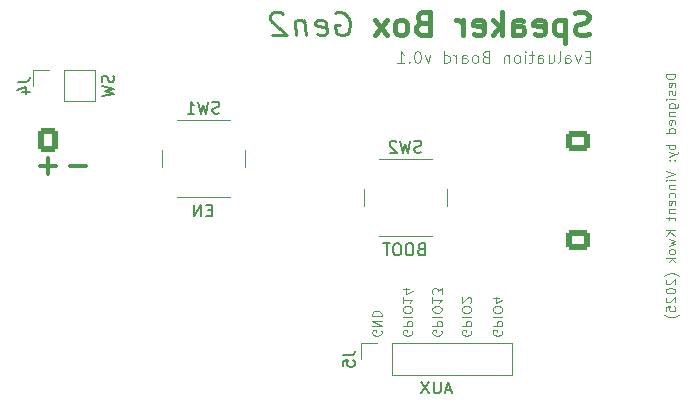
<source format=gbo>
%TF.GenerationSoftware,KiCad,Pcbnew,8.0.1*%
%TF.CreationDate,2025-02-14T15:05:20+08:00*%
%TF.ProjectId,SpeakerDriver,53706561-6b65-4724-9472-697665722e6b,rev?*%
%TF.SameCoordinates,Original*%
%TF.FileFunction,Legend,Bot*%
%TF.FilePolarity,Positive*%
%FSLAX46Y46*%
G04 Gerber Fmt 4.6, Leading zero omitted, Abs format (unit mm)*
G04 Created by KiCad (PCBNEW 8.0.1) date 2025-02-14 15:05:20*
%MOMM*%
%LPD*%
G01*
G04 APERTURE LIST*
G04 Aperture macros list*
%AMRoundRect*
0 Rectangle with rounded corners*
0 $1 Rounding radius*
0 $2 $3 $4 $5 $6 $7 $8 $9 X,Y pos of 4 corners*
0 Add a 4 corners polygon primitive as box body*
4,1,4,$2,$3,$4,$5,$6,$7,$8,$9,$2,$3,0*
0 Add four circle primitives for the rounded corners*
1,1,$1+$1,$2,$3*
1,1,$1+$1,$4,$5*
1,1,$1+$1,$6,$7*
1,1,$1+$1,$8,$9*
0 Add four rect primitives between the rounded corners*
20,1,$1+$1,$2,$3,$4,$5,0*
20,1,$1+$1,$4,$5,$6,$7,0*
20,1,$1+$1,$6,$7,$8,$9,0*
20,1,$1+$1,$8,$9,$2,$3,0*%
G04 Aperture macros list end*
%ADD10C,0.100000*%
%ADD11C,0.360000*%
%ADD12C,0.250000*%
%ADD13C,0.400000*%
%ADD14C,0.150000*%
%ADD15C,0.120000*%
%ADD16RoundRect,0.250000X0.750000X-0.600000X0.750000X0.600000X-0.750000X0.600000X-0.750000X-0.600000X0*%
%ADD17O,2.000000X1.700000*%
%ADD18C,5.600000*%
%ADD19R,1.700000X1.700000*%
%ADD20O,1.700000X1.700000*%
%ADD21RoundRect,0.250000X-0.600000X-0.750000X0.600000X-0.750000X0.600000X0.750000X-0.600000X0.750000X0*%
%ADD22O,1.700000X2.000000*%
%ADD23C,0.660000*%
%ADD24O,0.580000X1.000000*%
%ADD25C,1.100000*%
%ADD26C,2.000000*%
G04 APERTURE END LIST*
D10*
X180596895Y-95995237D02*
X179796895Y-95995237D01*
X179796895Y-95995237D02*
X179796895Y-96185713D01*
X179796895Y-96185713D02*
X179834990Y-96299999D01*
X179834990Y-96299999D02*
X179911180Y-96376189D01*
X179911180Y-96376189D02*
X179987371Y-96414284D01*
X179987371Y-96414284D02*
X180139752Y-96452380D01*
X180139752Y-96452380D02*
X180254038Y-96452380D01*
X180254038Y-96452380D02*
X180406419Y-96414284D01*
X180406419Y-96414284D02*
X180482609Y-96376189D01*
X180482609Y-96376189D02*
X180558800Y-96299999D01*
X180558800Y-96299999D02*
X180596895Y-96185713D01*
X180596895Y-96185713D02*
X180596895Y-95995237D01*
X180558800Y-97099999D02*
X180596895Y-97023808D01*
X180596895Y-97023808D02*
X180596895Y-96871427D01*
X180596895Y-96871427D02*
X180558800Y-96795237D01*
X180558800Y-96795237D02*
X180482609Y-96757141D01*
X180482609Y-96757141D02*
X180177847Y-96757141D01*
X180177847Y-96757141D02*
X180101657Y-96795237D01*
X180101657Y-96795237D02*
X180063561Y-96871427D01*
X180063561Y-96871427D02*
X180063561Y-97023808D01*
X180063561Y-97023808D02*
X180101657Y-97099999D01*
X180101657Y-97099999D02*
X180177847Y-97138094D01*
X180177847Y-97138094D02*
X180254038Y-97138094D01*
X180254038Y-97138094D02*
X180330228Y-96757141D01*
X180558800Y-97442855D02*
X180596895Y-97519046D01*
X180596895Y-97519046D02*
X180596895Y-97671427D01*
X180596895Y-97671427D02*
X180558800Y-97747617D01*
X180558800Y-97747617D02*
X180482609Y-97785713D01*
X180482609Y-97785713D02*
X180444514Y-97785713D01*
X180444514Y-97785713D02*
X180368323Y-97747617D01*
X180368323Y-97747617D02*
X180330228Y-97671427D01*
X180330228Y-97671427D02*
X180330228Y-97557141D01*
X180330228Y-97557141D02*
X180292133Y-97480951D01*
X180292133Y-97480951D02*
X180215942Y-97442855D01*
X180215942Y-97442855D02*
X180177847Y-97442855D01*
X180177847Y-97442855D02*
X180101657Y-97480951D01*
X180101657Y-97480951D02*
X180063561Y-97557141D01*
X180063561Y-97557141D02*
X180063561Y-97671427D01*
X180063561Y-97671427D02*
X180101657Y-97747617D01*
X180596895Y-98128570D02*
X180063561Y-98128570D01*
X179796895Y-98128570D02*
X179834990Y-98090474D01*
X179834990Y-98090474D02*
X179873085Y-98128570D01*
X179873085Y-98128570D02*
X179834990Y-98166665D01*
X179834990Y-98166665D02*
X179796895Y-98128570D01*
X179796895Y-98128570D02*
X179873085Y-98128570D01*
X180063561Y-98852379D02*
X180711180Y-98852379D01*
X180711180Y-98852379D02*
X180787371Y-98814284D01*
X180787371Y-98814284D02*
X180825466Y-98776188D01*
X180825466Y-98776188D02*
X180863561Y-98699998D01*
X180863561Y-98699998D02*
X180863561Y-98585712D01*
X180863561Y-98585712D02*
X180825466Y-98509522D01*
X180558800Y-98852379D02*
X180596895Y-98776188D01*
X180596895Y-98776188D02*
X180596895Y-98623807D01*
X180596895Y-98623807D02*
X180558800Y-98547617D01*
X180558800Y-98547617D02*
X180520704Y-98509522D01*
X180520704Y-98509522D02*
X180444514Y-98471426D01*
X180444514Y-98471426D02*
X180215942Y-98471426D01*
X180215942Y-98471426D02*
X180139752Y-98509522D01*
X180139752Y-98509522D02*
X180101657Y-98547617D01*
X180101657Y-98547617D02*
X180063561Y-98623807D01*
X180063561Y-98623807D02*
X180063561Y-98776188D01*
X180063561Y-98776188D02*
X180101657Y-98852379D01*
X180063561Y-99233332D02*
X180596895Y-99233332D01*
X180139752Y-99233332D02*
X180101657Y-99271427D01*
X180101657Y-99271427D02*
X180063561Y-99347617D01*
X180063561Y-99347617D02*
X180063561Y-99461903D01*
X180063561Y-99461903D02*
X180101657Y-99538094D01*
X180101657Y-99538094D02*
X180177847Y-99576189D01*
X180177847Y-99576189D02*
X180596895Y-99576189D01*
X180558800Y-100261904D02*
X180596895Y-100185713D01*
X180596895Y-100185713D02*
X180596895Y-100033332D01*
X180596895Y-100033332D02*
X180558800Y-99957142D01*
X180558800Y-99957142D02*
X180482609Y-99919046D01*
X180482609Y-99919046D02*
X180177847Y-99919046D01*
X180177847Y-99919046D02*
X180101657Y-99957142D01*
X180101657Y-99957142D02*
X180063561Y-100033332D01*
X180063561Y-100033332D02*
X180063561Y-100185713D01*
X180063561Y-100185713D02*
X180101657Y-100261904D01*
X180101657Y-100261904D02*
X180177847Y-100299999D01*
X180177847Y-100299999D02*
X180254038Y-100299999D01*
X180254038Y-100299999D02*
X180330228Y-99919046D01*
X180596895Y-100985713D02*
X179796895Y-100985713D01*
X180558800Y-100985713D02*
X180596895Y-100909522D01*
X180596895Y-100909522D02*
X180596895Y-100757141D01*
X180596895Y-100757141D02*
X180558800Y-100680951D01*
X180558800Y-100680951D02*
X180520704Y-100642856D01*
X180520704Y-100642856D02*
X180444514Y-100604760D01*
X180444514Y-100604760D02*
X180215942Y-100604760D01*
X180215942Y-100604760D02*
X180139752Y-100642856D01*
X180139752Y-100642856D02*
X180101657Y-100680951D01*
X180101657Y-100680951D02*
X180063561Y-100757141D01*
X180063561Y-100757141D02*
X180063561Y-100909522D01*
X180063561Y-100909522D02*
X180101657Y-100985713D01*
X180596895Y-101976190D02*
X179796895Y-101976190D01*
X180101657Y-101976190D02*
X180063561Y-102052380D01*
X180063561Y-102052380D02*
X180063561Y-102204761D01*
X180063561Y-102204761D02*
X180101657Y-102280952D01*
X180101657Y-102280952D02*
X180139752Y-102319047D01*
X180139752Y-102319047D02*
X180215942Y-102357142D01*
X180215942Y-102357142D02*
X180444514Y-102357142D01*
X180444514Y-102357142D02*
X180520704Y-102319047D01*
X180520704Y-102319047D02*
X180558800Y-102280952D01*
X180558800Y-102280952D02*
X180596895Y-102204761D01*
X180596895Y-102204761D02*
X180596895Y-102052380D01*
X180596895Y-102052380D02*
X180558800Y-101976190D01*
X180063561Y-102623809D02*
X180596895Y-102814285D01*
X180063561Y-103004762D02*
X180596895Y-102814285D01*
X180596895Y-102814285D02*
X180787371Y-102738095D01*
X180787371Y-102738095D02*
X180825466Y-102700000D01*
X180825466Y-102700000D02*
X180863561Y-102623809D01*
X180520704Y-103309524D02*
X180558800Y-103347619D01*
X180558800Y-103347619D02*
X180596895Y-103309524D01*
X180596895Y-103309524D02*
X180558800Y-103271428D01*
X180558800Y-103271428D02*
X180520704Y-103309524D01*
X180520704Y-103309524D02*
X180596895Y-103309524D01*
X180101657Y-103309524D02*
X180139752Y-103347619D01*
X180139752Y-103347619D02*
X180177847Y-103309524D01*
X180177847Y-103309524D02*
X180139752Y-103271428D01*
X180139752Y-103271428D02*
X180101657Y-103309524D01*
X180101657Y-103309524D02*
X180177847Y-103309524D01*
X179796895Y-104185714D02*
X180596895Y-104452381D01*
X180596895Y-104452381D02*
X179796895Y-104719047D01*
X180596895Y-104985714D02*
X180063561Y-104985714D01*
X179796895Y-104985714D02*
X179834990Y-104947618D01*
X179834990Y-104947618D02*
X179873085Y-104985714D01*
X179873085Y-104985714D02*
X179834990Y-105023809D01*
X179834990Y-105023809D02*
X179796895Y-104985714D01*
X179796895Y-104985714D02*
X179873085Y-104985714D01*
X180063561Y-105366666D02*
X180596895Y-105366666D01*
X180139752Y-105366666D02*
X180101657Y-105404761D01*
X180101657Y-105404761D02*
X180063561Y-105480951D01*
X180063561Y-105480951D02*
X180063561Y-105595237D01*
X180063561Y-105595237D02*
X180101657Y-105671428D01*
X180101657Y-105671428D02*
X180177847Y-105709523D01*
X180177847Y-105709523D02*
X180596895Y-105709523D01*
X180558800Y-106433333D02*
X180596895Y-106357142D01*
X180596895Y-106357142D02*
X180596895Y-106204761D01*
X180596895Y-106204761D02*
X180558800Y-106128571D01*
X180558800Y-106128571D02*
X180520704Y-106090476D01*
X180520704Y-106090476D02*
X180444514Y-106052380D01*
X180444514Y-106052380D02*
X180215942Y-106052380D01*
X180215942Y-106052380D02*
X180139752Y-106090476D01*
X180139752Y-106090476D02*
X180101657Y-106128571D01*
X180101657Y-106128571D02*
X180063561Y-106204761D01*
X180063561Y-106204761D02*
X180063561Y-106357142D01*
X180063561Y-106357142D02*
X180101657Y-106433333D01*
X180558800Y-107080952D02*
X180596895Y-107004761D01*
X180596895Y-107004761D02*
X180596895Y-106852380D01*
X180596895Y-106852380D02*
X180558800Y-106776190D01*
X180558800Y-106776190D02*
X180482609Y-106738094D01*
X180482609Y-106738094D02*
X180177847Y-106738094D01*
X180177847Y-106738094D02*
X180101657Y-106776190D01*
X180101657Y-106776190D02*
X180063561Y-106852380D01*
X180063561Y-106852380D02*
X180063561Y-107004761D01*
X180063561Y-107004761D02*
X180101657Y-107080952D01*
X180101657Y-107080952D02*
X180177847Y-107119047D01*
X180177847Y-107119047D02*
X180254038Y-107119047D01*
X180254038Y-107119047D02*
X180330228Y-106738094D01*
X180063561Y-107461904D02*
X180596895Y-107461904D01*
X180139752Y-107461904D02*
X180101657Y-107499999D01*
X180101657Y-107499999D02*
X180063561Y-107576189D01*
X180063561Y-107576189D02*
X180063561Y-107690475D01*
X180063561Y-107690475D02*
X180101657Y-107766666D01*
X180101657Y-107766666D02*
X180177847Y-107804761D01*
X180177847Y-107804761D02*
X180596895Y-107804761D01*
X180063561Y-108071428D02*
X180063561Y-108376190D01*
X179796895Y-108185714D02*
X180482609Y-108185714D01*
X180482609Y-108185714D02*
X180558800Y-108223809D01*
X180558800Y-108223809D02*
X180596895Y-108299999D01*
X180596895Y-108299999D02*
X180596895Y-108376190D01*
X180596895Y-109252381D02*
X179796895Y-109252381D01*
X180596895Y-109709524D02*
X180139752Y-109366666D01*
X179796895Y-109709524D02*
X180254038Y-109252381D01*
X180063561Y-109976190D02*
X180596895Y-110128571D01*
X180596895Y-110128571D02*
X180215942Y-110280952D01*
X180215942Y-110280952D02*
X180596895Y-110433333D01*
X180596895Y-110433333D02*
X180063561Y-110585714D01*
X180596895Y-111004761D02*
X180558800Y-110928571D01*
X180558800Y-110928571D02*
X180520704Y-110890476D01*
X180520704Y-110890476D02*
X180444514Y-110852380D01*
X180444514Y-110852380D02*
X180215942Y-110852380D01*
X180215942Y-110852380D02*
X180139752Y-110890476D01*
X180139752Y-110890476D02*
X180101657Y-110928571D01*
X180101657Y-110928571D02*
X180063561Y-111004761D01*
X180063561Y-111004761D02*
X180063561Y-111119047D01*
X180063561Y-111119047D02*
X180101657Y-111195238D01*
X180101657Y-111195238D02*
X180139752Y-111233333D01*
X180139752Y-111233333D02*
X180215942Y-111271428D01*
X180215942Y-111271428D02*
X180444514Y-111271428D01*
X180444514Y-111271428D02*
X180520704Y-111233333D01*
X180520704Y-111233333D02*
X180558800Y-111195238D01*
X180558800Y-111195238D02*
X180596895Y-111119047D01*
X180596895Y-111119047D02*
X180596895Y-111004761D01*
X180596895Y-111614286D02*
X179796895Y-111614286D01*
X180292133Y-111690476D02*
X180596895Y-111919048D01*
X180063561Y-111919048D02*
X180368323Y-111614286D01*
X180901657Y-113100000D02*
X180863561Y-113061905D01*
X180863561Y-113061905D02*
X180749276Y-112985714D01*
X180749276Y-112985714D02*
X180673085Y-112947619D01*
X180673085Y-112947619D02*
X180558800Y-112909524D01*
X180558800Y-112909524D02*
X180368323Y-112871429D01*
X180368323Y-112871429D02*
X180215942Y-112871429D01*
X180215942Y-112871429D02*
X180025466Y-112909524D01*
X180025466Y-112909524D02*
X179911180Y-112947619D01*
X179911180Y-112947619D02*
X179834990Y-112985714D01*
X179834990Y-112985714D02*
X179720704Y-113061905D01*
X179720704Y-113061905D02*
X179682609Y-113100000D01*
X179873085Y-113366666D02*
X179834990Y-113404762D01*
X179834990Y-113404762D02*
X179796895Y-113480952D01*
X179796895Y-113480952D02*
X179796895Y-113671428D01*
X179796895Y-113671428D02*
X179834990Y-113747619D01*
X179834990Y-113747619D02*
X179873085Y-113785714D01*
X179873085Y-113785714D02*
X179949276Y-113823809D01*
X179949276Y-113823809D02*
X180025466Y-113823809D01*
X180025466Y-113823809D02*
X180139752Y-113785714D01*
X180139752Y-113785714D02*
X180596895Y-113328571D01*
X180596895Y-113328571D02*
X180596895Y-113823809D01*
X179796895Y-114319048D02*
X179796895Y-114395238D01*
X179796895Y-114395238D02*
X179834990Y-114471429D01*
X179834990Y-114471429D02*
X179873085Y-114509524D01*
X179873085Y-114509524D02*
X179949276Y-114547619D01*
X179949276Y-114547619D02*
X180101657Y-114585714D01*
X180101657Y-114585714D02*
X180292133Y-114585714D01*
X180292133Y-114585714D02*
X180444514Y-114547619D01*
X180444514Y-114547619D02*
X180520704Y-114509524D01*
X180520704Y-114509524D02*
X180558800Y-114471429D01*
X180558800Y-114471429D02*
X180596895Y-114395238D01*
X180596895Y-114395238D02*
X180596895Y-114319048D01*
X180596895Y-114319048D02*
X180558800Y-114242857D01*
X180558800Y-114242857D02*
X180520704Y-114204762D01*
X180520704Y-114204762D02*
X180444514Y-114166667D01*
X180444514Y-114166667D02*
X180292133Y-114128571D01*
X180292133Y-114128571D02*
X180101657Y-114128571D01*
X180101657Y-114128571D02*
X179949276Y-114166667D01*
X179949276Y-114166667D02*
X179873085Y-114204762D01*
X179873085Y-114204762D02*
X179834990Y-114242857D01*
X179834990Y-114242857D02*
X179796895Y-114319048D01*
X179873085Y-114890476D02*
X179834990Y-114928572D01*
X179834990Y-114928572D02*
X179796895Y-115004762D01*
X179796895Y-115004762D02*
X179796895Y-115195238D01*
X179796895Y-115195238D02*
X179834990Y-115271429D01*
X179834990Y-115271429D02*
X179873085Y-115309524D01*
X179873085Y-115309524D02*
X179949276Y-115347619D01*
X179949276Y-115347619D02*
X180025466Y-115347619D01*
X180025466Y-115347619D02*
X180139752Y-115309524D01*
X180139752Y-115309524D02*
X180596895Y-114852381D01*
X180596895Y-114852381D02*
X180596895Y-115347619D01*
X179796895Y-116071429D02*
X179796895Y-115690477D01*
X179796895Y-115690477D02*
X180177847Y-115652381D01*
X180177847Y-115652381D02*
X180139752Y-115690477D01*
X180139752Y-115690477D02*
X180101657Y-115766667D01*
X180101657Y-115766667D02*
X180101657Y-115957143D01*
X180101657Y-115957143D02*
X180139752Y-116033334D01*
X180139752Y-116033334D02*
X180177847Y-116071429D01*
X180177847Y-116071429D02*
X180254038Y-116109524D01*
X180254038Y-116109524D02*
X180444514Y-116109524D01*
X180444514Y-116109524D02*
X180520704Y-116071429D01*
X180520704Y-116071429D02*
X180558800Y-116033334D01*
X180558800Y-116033334D02*
X180596895Y-115957143D01*
X180596895Y-115957143D02*
X180596895Y-115766667D01*
X180596895Y-115766667D02*
X180558800Y-115690477D01*
X180558800Y-115690477D02*
X180520704Y-115652381D01*
X180901657Y-116376191D02*
X180863561Y-116414286D01*
X180863561Y-116414286D02*
X180749276Y-116490477D01*
X180749276Y-116490477D02*
X180673085Y-116528572D01*
X180673085Y-116528572D02*
X180558800Y-116566667D01*
X180558800Y-116566667D02*
X180368323Y-116604763D01*
X180368323Y-116604763D02*
X180215942Y-116604763D01*
X180215942Y-116604763D02*
X180025466Y-116566667D01*
X180025466Y-116566667D02*
X179911180Y-116528572D01*
X179911180Y-116528572D02*
X179834990Y-116490477D01*
X179834990Y-116490477D02*
X179720704Y-116414286D01*
X179720704Y-116414286D02*
X179682609Y-116376191D01*
X173396115Y-94548609D02*
X173062782Y-94548609D01*
X172919925Y-95072419D02*
X173396115Y-95072419D01*
X173396115Y-95072419D02*
X173396115Y-94072419D01*
X173396115Y-94072419D02*
X172919925Y-94072419D01*
X172586591Y-94405752D02*
X172348496Y-95072419D01*
X172348496Y-95072419D02*
X172110401Y-94405752D01*
X171300877Y-95072419D02*
X171300877Y-94548609D01*
X171300877Y-94548609D02*
X171348496Y-94453371D01*
X171348496Y-94453371D02*
X171443734Y-94405752D01*
X171443734Y-94405752D02*
X171634210Y-94405752D01*
X171634210Y-94405752D02*
X171729448Y-94453371D01*
X171300877Y-95024800D02*
X171396115Y-95072419D01*
X171396115Y-95072419D02*
X171634210Y-95072419D01*
X171634210Y-95072419D02*
X171729448Y-95024800D01*
X171729448Y-95024800D02*
X171777067Y-94929561D01*
X171777067Y-94929561D02*
X171777067Y-94834323D01*
X171777067Y-94834323D02*
X171729448Y-94739085D01*
X171729448Y-94739085D02*
X171634210Y-94691466D01*
X171634210Y-94691466D02*
X171396115Y-94691466D01*
X171396115Y-94691466D02*
X171300877Y-94643847D01*
X170681829Y-95072419D02*
X170777067Y-95024800D01*
X170777067Y-95024800D02*
X170824686Y-94929561D01*
X170824686Y-94929561D02*
X170824686Y-94072419D01*
X169872305Y-94405752D02*
X169872305Y-95072419D01*
X170300876Y-94405752D02*
X170300876Y-94929561D01*
X170300876Y-94929561D02*
X170253257Y-95024800D01*
X170253257Y-95024800D02*
X170158019Y-95072419D01*
X170158019Y-95072419D02*
X170015162Y-95072419D01*
X170015162Y-95072419D02*
X169919924Y-95024800D01*
X169919924Y-95024800D02*
X169872305Y-94977180D01*
X168967543Y-95072419D02*
X168967543Y-94548609D01*
X168967543Y-94548609D02*
X169015162Y-94453371D01*
X169015162Y-94453371D02*
X169110400Y-94405752D01*
X169110400Y-94405752D02*
X169300876Y-94405752D01*
X169300876Y-94405752D02*
X169396114Y-94453371D01*
X168967543Y-95024800D02*
X169062781Y-95072419D01*
X169062781Y-95072419D02*
X169300876Y-95072419D01*
X169300876Y-95072419D02*
X169396114Y-95024800D01*
X169396114Y-95024800D02*
X169443733Y-94929561D01*
X169443733Y-94929561D02*
X169443733Y-94834323D01*
X169443733Y-94834323D02*
X169396114Y-94739085D01*
X169396114Y-94739085D02*
X169300876Y-94691466D01*
X169300876Y-94691466D02*
X169062781Y-94691466D01*
X169062781Y-94691466D02*
X168967543Y-94643847D01*
X168634209Y-94405752D02*
X168253257Y-94405752D01*
X168491352Y-94072419D02*
X168491352Y-94929561D01*
X168491352Y-94929561D02*
X168443733Y-95024800D01*
X168443733Y-95024800D02*
X168348495Y-95072419D01*
X168348495Y-95072419D02*
X168253257Y-95072419D01*
X167919923Y-95072419D02*
X167919923Y-94405752D01*
X167919923Y-94072419D02*
X167967542Y-94120038D01*
X167967542Y-94120038D02*
X167919923Y-94167657D01*
X167919923Y-94167657D02*
X167872304Y-94120038D01*
X167872304Y-94120038D02*
X167919923Y-94072419D01*
X167919923Y-94072419D02*
X167919923Y-94167657D01*
X167300876Y-95072419D02*
X167396114Y-95024800D01*
X167396114Y-95024800D02*
X167443733Y-94977180D01*
X167443733Y-94977180D02*
X167491352Y-94881942D01*
X167491352Y-94881942D02*
X167491352Y-94596228D01*
X167491352Y-94596228D02*
X167443733Y-94500990D01*
X167443733Y-94500990D02*
X167396114Y-94453371D01*
X167396114Y-94453371D02*
X167300876Y-94405752D01*
X167300876Y-94405752D02*
X167158019Y-94405752D01*
X167158019Y-94405752D02*
X167062781Y-94453371D01*
X167062781Y-94453371D02*
X167015162Y-94500990D01*
X167015162Y-94500990D02*
X166967543Y-94596228D01*
X166967543Y-94596228D02*
X166967543Y-94881942D01*
X166967543Y-94881942D02*
X167015162Y-94977180D01*
X167015162Y-94977180D02*
X167062781Y-95024800D01*
X167062781Y-95024800D02*
X167158019Y-95072419D01*
X167158019Y-95072419D02*
X167300876Y-95072419D01*
X166538971Y-94405752D02*
X166538971Y-95072419D01*
X166538971Y-94500990D02*
X166491352Y-94453371D01*
X166491352Y-94453371D02*
X166396114Y-94405752D01*
X166396114Y-94405752D02*
X166253257Y-94405752D01*
X166253257Y-94405752D02*
X166158019Y-94453371D01*
X166158019Y-94453371D02*
X166110400Y-94548609D01*
X166110400Y-94548609D02*
X166110400Y-95072419D01*
X164538971Y-94548609D02*
X164396114Y-94596228D01*
X164396114Y-94596228D02*
X164348495Y-94643847D01*
X164348495Y-94643847D02*
X164300876Y-94739085D01*
X164300876Y-94739085D02*
X164300876Y-94881942D01*
X164300876Y-94881942D02*
X164348495Y-94977180D01*
X164348495Y-94977180D02*
X164396114Y-95024800D01*
X164396114Y-95024800D02*
X164491352Y-95072419D01*
X164491352Y-95072419D02*
X164872304Y-95072419D01*
X164872304Y-95072419D02*
X164872304Y-94072419D01*
X164872304Y-94072419D02*
X164538971Y-94072419D01*
X164538971Y-94072419D02*
X164443733Y-94120038D01*
X164443733Y-94120038D02*
X164396114Y-94167657D01*
X164396114Y-94167657D02*
X164348495Y-94262895D01*
X164348495Y-94262895D02*
X164348495Y-94358133D01*
X164348495Y-94358133D02*
X164396114Y-94453371D01*
X164396114Y-94453371D02*
X164443733Y-94500990D01*
X164443733Y-94500990D02*
X164538971Y-94548609D01*
X164538971Y-94548609D02*
X164872304Y-94548609D01*
X163729447Y-95072419D02*
X163824685Y-95024800D01*
X163824685Y-95024800D02*
X163872304Y-94977180D01*
X163872304Y-94977180D02*
X163919923Y-94881942D01*
X163919923Y-94881942D02*
X163919923Y-94596228D01*
X163919923Y-94596228D02*
X163872304Y-94500990D01*
X163872304Y-94500990D02*
X163824685Y-94453371D01*
X163824685Y-94453371D02*
X163729447Y-94405752D01*
X163729447Y-94405752D02*
X163586590Y-94405752D01*
X163586590Y-94405752D02*
X163491352Y-94453371D01*
X163491352Y-94453371D02*
X163443733Y-94500990D01*
X163443733Y-94500990D02*
X163396114Y-94596228D01*
X163396114Y-94596228D02*
X163396114Y-94881942D01*
X163396114Y-94881942D02*
X163443733Y-94977180D01*
X163443733Y-94977180D02*
X163491352Y-95024800D01*
X163491352Y-95024800D02*
X163586590Y-95072419D01*
X163586590Y-95072419D02*
X163729447Y-95072419D01*
X162538971Y-95072419D02*
X162538971Y-94548609D01*
X162538971Y-94548609D02*
X162586590Y-94453371D01*
X162586590Y-94453371D02*
X162681828Y-94405752D01*
X162681828Y-94405752D02*
X162872304Y-94405752D01*
X162872304Y-94405752D02*
X162967542Y-94453371D01*
X162538971Y-95024800D02*
X162634209Y-95072419D01*
X162634209Y-95072419D02*
X162872304Y-95072419D01*
X162872304Y-95072419D02*
X162967542Y-95024800D01*
X162967542Y-95024800D02*
X163015161Y-94929561D01*
X163015161Y-94929561D02*
X163015161Y-94834323D01*
X163015161Y-94834323D02*
X162967542Y-94739085D01*
X162967542Y-94739085D02*
X162872304Y-94691466D01*
X162872304Y-94691466D02*
X162634209Y-94691466D01*
X162634209Y-94691466D02*
X162538971Y-94643847D01*
X162062780Y-95072419D02*
X162062780Y-94405752D01*
X162062780Y-94596228D02*
X162015161Y-94500990D01*
X162015161Y-94500990D02*
X161967542Y-94453371D01*
X161967542Y-94453371D02*
X161872304Y-94405752D01*
X161872304Y-94405752D02*
X161777066Y-94405752D01*
X161015161Y-95072419D02*
X161015161Y-94072419D01*
X161015161Y-95024800D02*
X161110399Y-95072419D01*
X161110399Y-95072419D02*
X161300875Y-95072419D01*
X161300875Y-95072419D02*
X161396113Y-95024800D01*
X161396113Y-95024800D02*
X161443732Y-94977180D01*
X161443732Y-94977180D02*
X161491351Y-94881942D01*
X161491351Y-94881942D02*
X161491351Y-94596228D01*
X161491351Y-94596228D02*
X161443732Y-94500990D01*
X161443732Y-94500990D02*
X161396113Y-94453371D01*
X161396113Y-94453371D02*
X161300875Y-94405752D01*
X161300875Y-94405752D02*
X161110399Y-94405752D01*
X161110399Y-94405752D02*
X161015161Y-94453371D01*
X159872303Y-94405752D02*
X159634208Y-95072419D01*
X159634208Y-95072419D02*
X159396113Y-94405752D01*
X158824684Y-94072419D02*
X158729446Y-94072419D01*
X158729446Y-94072419D02*
X158634208Y-94120038D01*
X158634208Y-94120038D02*
X158586589Y-94167657D01*
X158586589Y-94167657D02*
X158538970Y-94262895D01*
X158538970Y-94262895D02*
X158491351Y-94453371D01*
X158491351Y-94453371D02*
X158491351Y-94691466D01*
X158491351Y-94691466D02*
X158538970Y-94881942D01*
X158538970Y-94881942D02*
X158586589Y-94977180D01*
X158586589Y-94977180D02*
X158634208Y-95024800D01*
X158634208Y-95024800D02*
X158729446Y-95072419D01*
X158729446Y-95072419D02*
X158824684Y-95072419D01*
X158824684Y-95072419D02*
X158919922Y-95024800D01*
X158919922Y-95024800D02*
X158967541Y-94977180D01*
X158967541Y-94977180D02*
X159015160Y-94881942D01*
X159015160Y-94881942D02*
X159062779Y-94691466D01*
X159062779Y-94691466D02*
X159062779Y-94453371D01*
X159062779Y-94453371D02*
X159015160Y-94262895D01*
X159015160Y-94262895D02*
X158967541Y-94167657D01*
X158967541Y-94167657D02*
X158919922Y-94120038D01*
X158919922Y-94120038D02*
X158824684Y-94072419D01*
X158062779Y-94977180D02*
X158015160Y-95024800D01*
X158015160Y-95024800D02*
X158062779Y-95072419D01*
X158062779Y-95072419D02*
X158110398Y-95024800D01*
X158110398Y-95024800D02*
X158062779Y-94977180D01*
X158062779Y-94977180D02*
X158062779Y-95072419D01*
X157062780Y-95072419D02*
X157634208Y-95072419D01*
X157348494Y-95072419D02*
X157348494Y-94072419D01*
X157348494Y-94072419D02*
X157443732Y-94215276D01*
X157443732Y-94215276D02*
X157538970Y-94310514D01*
X157538970Y-94310514D02*
X157634208Y-94358133D01*
D11*
X130685713Y-103828280D02*
X129314285Y-103828280D01*
X128185713Y-103828280D02*
X126814285Y-103828280D01*
X127499999Y-104513994D02*
X127499999Y-103142565D01*
D12*
X151785527Y-90837476D02*
X151964098Y-90742238D01*
X151964098Y-90742238D02*
X152249812Y-90742238D01*
X152249812Y-90742238D02*
X152547431Y-90837476D01*
X152547431Y-90837476D02*
X152761717Y-91027952D01*
X152761717Y-91027952D02*
X152880765Y-91218428D01*
X152880765Y-91218428D02*
X153023622Y-91599380D01*
X153023622Y-91599380D02*
X153059336Y-91885095D01*
X153059336Y-91885095D02*
X153011717Y-92266047D01*
X153011717Y-92266047D02*
X152940288Y-92456523D01*
X152940288Y-92456523D02*
X152773622Y-92647000D01*
X152773622Y-92647000D02*
X152499812Y-92742238D01*
X152499812Y-92742238D02*
X152309336Y-92742238D01*
X152309336Y-92742238D02*
X152011717Y-92647000D01*
X152011717Y-92647000D02*
X151904574Y-92551761D01*
X151904574Y-92551761D02*
X151821241Y-91885095D01*
X151821241Y-91885095D02*
X152202193Y-91885095D01*
X150297431Y-92647000D02*
X150499812Y-92742238D01*
X150499812Y-92742238D02*
X150880765Y-92742238D01*
X150880765Y-92742238D02*
X151059336Y-92647000D01*
X151059336Y-92647000D02*
X151130765Y-92456523D01*
X151130765Y-92456523D02*
X151035527Y-91694619D01*
X151035527Y-91694619D02*
X150916479Y-91504142D01*
X150916479Y-91504142D02*
X150714098Y-91408904D01*
X150714098Y-91408904D02*
X150333146Y-91408904D01*
X150333146Y-91408904D02*
X150154574Y-91504142D01*
X150154574Y-91504142D02*
X150083146Y-91694619D01*
X150083146Y-91694619D02*
X150106955Y-91885095D01*
X150106955Y-91885095D02*
X151083146Y-92075571D01*
X149190288Y-91408904D02*
X149356955Y-92742238D01*
X149214098Y-91599380D02*
X149106955Y-91504142D01*
X149106955Y-91504142D02*
X148904574Y-91408904D01*
X148904574Y-91408904D02*
X148618860Y-91408904D01*
X148618860Y-91408904D02*
X148440288Y-91504142D01*
X148440288Y-91504142D02*
X148368860Y-91694619D01*
X148368860Y-91694619D02*
X148499812Y-92742238D01*
X147416478Y-90932714D02*
X147309336Y-90837476D01*
X147309336Y-90837476D02*
X147106955Y-90742238D01*
X147106955Y-90742238D02*
X146630764Y-90742238D01*
X146630764Y-90742238D02*
X146452193Y-90837476D01*
X146452193Y-90837476D02*
X146368859Y-90932714D01*
X146368859Y-90932714D02*
X146297431Y-91123190D01*
X146297431Y-91123190D02*
X146321240Y-91313666D01*
X146321240Y-91313666D02*
X146452193Y-91599380D01*
X146452193Y-91599380D02*
X147737907Y-92742238D01*
X147737907Y-92742238D02*
X146499812Y-92742238D01*
D13*
X173255890Y-92639200D02*
X172970176Y-92734438D01*
X172970176Y-92734438D02*
X172493985Y-92734438D01*
X172493985Y-92734438D02*
X172303509Y-92639200D01*
X172303509Y-92639200D02*
X172208271Y-92543961D01*
X172208271Y-92543961D02*
X172113033Y-92353485D01*
X172113033Y-92353485D02*
X172113033Y-92163009D01*
X172113033Y-92163009D02*
X172208271Y-91972533D01*
X172208271Y-91972533D02*
X172303509Y-91877295D01*
X172303509Y-91877295D02*
X172493985Y-91782057D01*
X172493985Y-91782057D02*
X172874938Y-91686819D01*
X172874938Y-91686819D02*
X173065414Y-91591580D01*
X173065414Y-91591580D02*
X173160652Y-91496342D01*
X173160652Y-91496342D02*
X173255890Y-91305866D01*
X173255890Y-91305866D02*
X173255890Y-91115390D01*
X173255890Y-91115390D02*
X173160652Y-90924914D01*
X173160652Y-90924914D02*
X173065414Y-90829676D01*
X173065414Y-90829676D02*
X172874938Y-90734438D01*
X172874938Y-90734438D02*
X172398747Y-90734438D01*
X172398747Y-90734438D02*
X172113033Y-90829676D01*
X171255890Y-91401104D02*
X171255890Y-93401104D01*
X171255890Y-91496342D02*
X171065414Y-91401104D01*
X171065414Y-91401104D02*
X170684461Y-91401104D01*
X170684461Y-91401104D02*
X170493985Y-91496342D01*
X170493985Y-91496342D02*
X170398747Y-91591580D01*
X170398747Y-91591580D02*
X170303509Y-91782057D01*
X170303509Y-91782057D02*
X170303509Y-92353485D01*
X170303509Y-92353485D02*
X170398747Y-92543961D01*
X170398747Y-92543961D02*
X170493985Y-92639200D01*
X170493985Y-92639200D02*
X170684461Y-92734438D01*
X170684461Y-92734438D02*
X171065414Y-92734438D01*
X171065414Y-92734438D02*
X171255890Y-92639200D01*
X168684461Y-92639200D02*
X168874937Y-92734438D01*
X168874937Y-92734438D02*
X169255890Y-92734438D01*
X169255890Y-92734438D02*
X169446366Y-92639200D01*
X169446366Y-92639200D02*
X169541604Y-92448723D01*
X169541604Y-92448723D02*
X169541604Y-91686819D01*
X169541604Y-91686819D02*
X169446366Y-91496342D01*
X169446366Y-91496342D02*
X169255890Y-91401104D01*
X169255890Y-91401104D02*
X168874937Y-91401104D01*
X168874937Y-91401104D02*
X168684461Y-91496342D01*
X168684461Y-91496342D02*
X168589223Y-91686819D01*
X168589223Y-91686819D02*
X168589223Y-91877295D01*
X168589223Y-91877295D02*
X169541604Y-92067771D01*
X166874937Y-92734438D02*
X166874937Y-91686819D01*
X166874937Y-91686819D02*
X166970175Y-91496342D01*
X166970175Y-91496342D02*
X167160651Y-91401104D01*
X167160651Y-91401104D02*
X167541604Y-91401104D01*
X167541604Y-91401104D02*
X167732080Y-91496342D01*
X166874937Y-92639200D02*
X167065413Y-92734438D01*
X167065413Y-92734438D02*
X167541604Y-92734438D01*
X167541604Y-92734438D02*
X167732080Y-92639200D01*
X167732080Y-92639200D02*
X167827318Y-92448723D01*
X167827318Y-92448723D02*
X167827318Y-92258247D01*
X167827318Y-92258247D02*
X167732080Y-92067771D01*
X167732080Y-92067771D02*
X167541604Y-91972533D01*
X167541604Y-91972533D02*
X167065413Y-91972533D01*
X167065413Y-91972533D02*
X166874937Y-91877295D01*
X165922556Y-92734438D02*
X165922556Y-90734438D01*
X165732080Y-91972533D02*
X165160651Y-92734438D01*
X165160651Y-91401104D02*
X165922556Y-92163009D01*
X163541603Y-92639200D02*
X163732079Y-92734438D01*
X163732079Y-92734438D02*
X164113032Y-92734438D01*
X164113032Y-92734438D02*
X164303508Y-92639200D01*
X164303508Y-92639200D02*
X164398746Y-92448723D01*
X164398746Y-92448723D02*
X164398746Y-91686819D01*
X164398746Y-91686819D02*
X164303508Y-91496342D01*
X164303508Y-91496342D02*
X164113032Y-91401104D01*
X164113032Y-91401104D02*
X163732079Y-91401104D01*
X163732079Y-91401104D02*
X163541603Y-91496342D01*
X163541603Y-91496342D02*
X163446365Y-91686819D01*
X163446365Y-91686819D02*
X163446365Y-91877295D01*
X163446365Y-91877295D02*
X164398746Y-92067771D01*
X162589222Y-92734438D02*
X162589222Y-91401104D01*
X162589222Y-91782057D02*
X162493984Y-91591580D01*
X162493984Y-91591580D02*
X162398746Y-91496342D01*
X162398746Y-91496342D02*
X162208270Y-91401104D01*
X162208270Y-91401104D02*
X162017793Y-91401104D01*
X159160650Y-91686819D02*
X158874936Y-91782057D01*
X158874936Y-91782057D02*
X158779698Y-91877295D01*
X158779698Y-91877295D02*
X158684460Y-92067771D01*
X158684460Y-92067771D02*
X158684460Y-92353485D01*
X158684460Y-92353485D02*
X158779698Y-92543961D01*
X158779698Y-92543961D02*
X158874936Y-92639200D01*
X158874936Y-92639200D02*
X159065412Y-92734438D01*
X159065412Y-92734438D02*
X159827317Y-92734438D01*
X159827317Y-92734438D02*
X159827317Y-90734438D01*
X159827317Y-90734438D02*
X159160650Y-90734438D01*
X159160650Y-90734438D02*
X158970174Y-90829676D01*
X158970174Y-90829676D02*
X158874936Y-90924914D01*
X158874936Y-90924914D02*
X158779698Y-91115390D01*
X158779698Y-91115390D02*
X158779698Y-91305866D01*
X158779698Y-91305866D02*
X158874936Y-91496342D01*
X158874936Y-91496342D02*
X158970174Y-91591580D01*
X158970174Y-91591580D02*
X159160650Y-91686819D01*
X159160650Y-91686819D02*
X159827317Y-91686819D01*
X157541603Y-92734438D02*
X157732079Y-92639200D01*
X157732079Y-92639200D02*
X157827317Y-92543961D01*
X157827317Y-92543961D02*
X157922555Y-92353485D01*
X157922555Y-92353485D02*
X157922555Y-91782057D01*
X157922555Y-91782057D02*
X157827317Y-91591580D01*
X157827317Y-91591580D02*
X157732079Y-91496342D01*
X157732079Y-91496342D02*
X157541603Y-91401104D01*
X157541603Y-91401104D02*
X157255888Y-91401104D01*
X157255888Y-91401104D02*
X157065412Y-91496342D01*
X157065412Y-91496342D02*
X156970174Y-91591580D01*
X156970174Y-91591580D02*
X156874936Y-91782057D01*
X156874936Y-91782057D02*
X156874936Y-92353485D01*
X156874936Y-92353485D02*
X156970174Y-92543961D01*
X156970174Y-92543961D02*
X157065412Y-92639200D01*
X157065412Y-92639200D02*
X157255888Y-92734438D01*
X157255888Y-92734438D02*
X157541603Y-92734438D01*
X156208269Y-92734438D02*
X155160650Y-91401104D01*
X156208269Y-91401104D02*
X155160650Y-92734438D01*
D10*
X155697009Y-117724687D02*
X155735104Y-117800877D01*
X155735104Y-117800877D02*
X155735104Y-117915163D01*
X155735104Y-117915163D02*
X155697009Y-118029449D01*
X155697009Y-118029449D02*
X155620819Y-118105639D01*
X155620819Y-118105639D02*
X155544628Y-118143734D01*
X155544628Y-118143734D02*
X155392247Y-118181830D01*
X155392247Y-118181830D02*
X155277961Y-118181830D01*
X155277961Y-118181830D02*
X155125580Y-118143734D01*
X155125580Y-118143734D02*
X155049390Y-118105639D01*
X155049390Y-118105639D02*
X154973200Y-118029449D01*
X154973200Y-118029449D02*
X154935104Y-117915163D01*
X154935104Y-117915163D02*
X154935104Y-117838972D01*
X154935104Y-117838972D02*
X154973200Y-117724687D01*
X154973200Y-117724687D02*
X155011295Y-117686591D01*
X155011295Y-117686591D02*
X155277961Y-117686591D01*
X155277961Y-117686591D02*
X155277961Y-117838972D01*
X154935104Y-117343734D02*
X155735104Y-117343734D01*
X155735104Y-117343734D02*
X154935104Y-116886591D01*
X154935104Y-116886591D02*
X155735104Y-116886591D01*
X154935104Y-116505639D02*
X155735104Y-116505639D01*
X155735104Y-116505639D02*
X155735104Y-116315163D01*
X155735104Y-116315163D02*
X155697009Y-116200877D01*
X155697009Y-116200877D02*
X155620819Y-116124687D01*
X155620819Y-116124687D02*
X155544628Y-116086592D01*
X155544628Y-116086592D02*
X155392247Y-116048496D01*
X155392247Y-116048496D02*
X155277961Y-116048496D01*
X155277961Y-116048496D02*
X155125580Y-116086592D01*
X155125580Y-116086592D02*
X155049390Y-116124687D01*
X155049390Y-116124687D02*
X154973200Y-116200877D01*
X154973200Y-116200877D02*
X154935104Y-116315163D01*
X154935104Y-116315163D02*
X154935104Y-116505639D01*
X165897009Y-117724687D02*
X165935104Y-117800877D01*
X165935104Y-117800877D02*
X165935104Y-117915163D01*
X165935104Y-117915163D02*
X165897009Y-118029449D01*
X165897009Y-118029449D02*
X165820819Y-118105639D01*
X165820819Y-118105639D02*
X165744628Y-118143734D01*
X165744628Y-118143734D02*
X165592247Y-118181830D01*
X165592247Y-118181830D02*
X165477961Y-118181830D01*
X165477961Y-118181830D02*
X165325580Y-118143734D01*
X165325580Y-118143734D02*
X165249390Y-118105639D01*
X165249390Y-118105639D02*
X165173200Y-118029449D01*
X165173200Y-118029449D02*
X165135104Y-117915163D01*
X165135104Y-117915163D02*
X165135104Y-117838972D01*
X165135104Y-117838972D02*
X165173200Y-117724687D01*
X165173200Y-117724687D02*
X165211295Y-117686591D01*
X165211295Y-117686591D02*
X165477961Y-117686591D01*
X165477961Y-117686591D02*
X165477961Y-117838972D01*
X165135104Y-117343734D02*
X165935104Y-117343734D01*
X165935104Y-117343734D02*
X165935104Y-117038972D01*
X165935104Y-117038972D02*
X165897009Y-116962782D01*
X165897009Y-116962782D02*
X165858914Y-116924687D01*
X165858914Y-116924687D02*
X165782723Y-116886591D01*
X165782723Y-116886591D02*
X165668438Y-116886591D01*
X165668438Y-116886591D02*
X165592247Y-116924687D01*
X165592247Y-116924687D02*
X165554152Y-116962782D01*
X165554152Y-116962782D02*
X165516057Y-117038972D01*
X165516057Y-117038972D02*
X165516057Y-117343734D01*
X165135104Y-116543734D02*
X165935104Y-116543734D01*
X165935104Y-116010401D02*
X165935104Y-115858020D01*
X165935104Y-115858020D02*
X165897009Y-115781830D01*
X165897009Y-115781830D02*
X165820819Y-115705639D01*
X165820819Y-115705639D02*
X165668438Y-115667544D01*
X165668438Y-115667544D02*
X165401771Y-115667544D01*
X165401771Y-115667544D02*
X165249390Y-115705639D01*
X165249390Y-115705639D02*
X165173200Y-115781830D01*
X165173200Y-115781830D02*
X165135104Y-115858020D01*
X165135104Y-115858020D02*
X165135104Y-116010401D01*
X165135104Y-116010401D02*
X165173200Y-116086592D01*
X165173200Y-116086592D02*
X165249390Y-116162782D01*
X165249390Y-116162782D02*
X165401771Y-116200878D01*
X165401771Y-116200878D02*
X165668438Y-116200878D01*
X165668438Y-116200878D02*
X165820819Y-116162782D01*
X165820819Y-116162782D02*
X165897009Y-116086592D01*
X165897009Y-116086592D02*
X165935104Y-116010401D01*
X165668438Y-114981830D02*
X165135104Y-114981830D01*
X165973200Y-115172306D02*
X165401771Y-115362783D01*
X165401771Y-115362783D02*
X165401771Y-114867544D01*
X163297009Y-117724687D02*
X163335104Y-117800877D01*
X163335104Y-117800877D02*
X163335104Y-117915163D01*
X163335104Y-117915163D02*
X163297009Y-118029449D01*
X163297009Y-118029449D02*
X163220819Y-118105639D01*
X163220819Y-118105639D02*
X163144628Y-118143734D01*
X163144628Y-118143734D02*
X162992247Y-118181830D01*
X162992247Y-118181830D02*
X162877961Y-118181830D01*
X162877961Y-118181830D02*
X162725580Y-118143734D01*
X162725580Y-118143734D02*
X162649390Y-118105639D01*
X162649390Y-118105639D02*
X162573200Y-118029449D01*
X162573200Y-118029449D02*
X162535104Y-117915163D01*
X162535104Y-117915163D02*
X162535104Y-117838972D01*
X162535104Y-117838972D02*
X162573200Y-117724687D01*
X162573200Y-117724687D02*
X162611295Y-117686591D01*
X162611295Y-117686591D02*
X162877961Y-117686591D01*
X162877961Y-117686591D02*
X162877961Y-117838972D01*
X162535104Y-117343734D02*
X163335104Y-117343734D01*
X163335104Y-117343734D02*
X163335104Y-117038972D01*
X163335104Y-117038972D02*
X163297009Y-116962782D01*
X163297009Y-116962782D02*
X163258914Y-116924687D01*
X163258914Y-116924687D02*
X163182723Y-116886591D01*
X163182723Y-116886591D02*
X163068438Y-116886591D01*
X163068438Y-116886591D02*
X162992247Y-116924687D01*
X162992247Y-116924687D02*
X162954152Y-116962782D01*
X162954152Y-116962782D02*
X162916057Y-117038972D01*
X162916057Y-117038972D02*
X162916057Y-117343734D01*
X162535104Y-116543734D02*
X163335104Y-116543734D01*
X163335104Y-116010401D02*
X163335104Y-115858020D01*
X163335104Y-115858020D02*
X163297009Y-115781830D01*
X163297009Y-115781830D02*
X163220819Y-115705639D01*
X163220819Y-115705639D02*
X163068438Y-115667544D01*
X163068438Y-115667544D02*
X162801771Y-115667544D01*
X162801771Y-115667544D02*
X162649390Y-115705639D01*
X162649390Y-115705639D02*
X162573200Y-115781830D01*
X162573200Y-115781830D02*
X162535104Y-115858020D01*
X162535104Y-115858020D02*
X162535104Y-116010401D01*
X162535104Y-116010401D02*
X162573200Y-116086592D01*
X162573200Y-116086592D02*
X162649390Y-116162782D01*
X162649390Y-116162782D02*
X162801771Y-116200878D01*
X162801771Y-116200878D02*
X163068438Y-116200878D01*
X163068438Y-116200878D02*
X163220819Y-116162782D01*
X163220819Y-116162782D02*
X163297009Y-116086592D01*
X163297009Y-116086592D02*
X163335104Y-116010401D01*
X163258914Y-115362783D02*
X163297009Y-115324687D01*
X163297009Y-115324687D02*
X163335104Y-115248497D01*
X163335104Y-115248497D02*
X163335104Y-115058021D01*
X163335104Y-115058021D02*
X163297009Y-114981830D01*
X163297009Y-114981830D02*
X163258914Y-114943735D01*
X163258914Y-114943735D02*
X163182723Y-114905640D01*
X163182723Y-114905640D02*
X163106533Y-114905640D01*
X163106533Y-114905640D02*
X162992247Y-114943735D01*
X162992247Y-114943735D02*
X162535104Y-115400878D01*
X162535104Y-115400878D02*
X162535104Y-114905640D01*
X160797009Y-117724687D02*
X160835104Y-117800877D01*
X160835104Y-117800877D02*
X160835104Y-117915163D01*
X160835104Y-117915163D02*
X160797009Y-118029449D01*
X160797009Y-118029449D02*
X160720819Y-118105639D01*
X160720819Y-118105639D02*
X160644628Y-118143734D01*
X160644628Y-118143734D02*
X160492247Y-118181830D01*
X160492247Y-118181830D02*
X160377961Y-118181830D01*
X160377961Y-118181830D02*
X160225580Y-118143734D01*
X160225580Y-118143734D02*
X160149390Y-118105639D01*
X160149390Y-118105639D02*
X160073200Y-118029449D01*
X160073200Y-118029449D02*
X160035104Y-117915163D01*
X160035104Y-117915163D02*
X160035104Y-117838972D01*
X160035104Y-117838972D02*
X160073200Y-117724687D01*
X160073200Y-117724687D02*
X160111295Y-117686591D01*
X160111295Y-117686591D02*
X160377961Y-117686591D01*
X160377961Y-117686591D02*
X160377961Y-117838972D01*
X160035104Y-117343734D02*
X160835104Y-117343734D01*
X160835104Y-117343734D02*
X160835104Y-117038972D01*
X160835104Y-117038972D02*
X160797009Y-116962782D01*
X160797009Y-116962782D02*
X160758914Y-116924687D01*
X160758914Y-116924687D02*
X160682723Y-116886591D01*
X160682723Y-116886591D02*
X160568438Y-116886591D01*
X160568438Y-116886591D02*
X160492247Y-116924687D01*
X160492247Y-116924687D02*
X160454152Y-116962782D01*
X160454152Y-116962782D02*
X160416057Y-117038972D01*
X160416057Y-117038972D02*
X160416057Y-117343734D01*
X160035104Y-116543734D02*
X160835104Y-116543734D01*
X160835104Y-116010401D02*
X160835104Y-115858020D01*
X160835104Y-115858020D02*
X160797009Y-115781830D01*
X160797009Y-115781830D02*
X160720819Y-115705639D01*
X160720819Y-115705639D02*
X160568438Y-115667544D01*
X160568438Y-115667544D02*
X160301771Y-115667544D01*
X160301771Y-115667544D02*
X160149390Y-115705639D01*
X160149390Y-115705639D02*
X160073200Y-115781830D01*
X160073200Y-115781830D02*
X160035104Y-115858020D01*
X160035104Y-115858020D02*
X160035104Y-116010401D01*
X160035104Y-116010401D02*
X160073200Y-116086592D01*
X160073200Y-116086592D02*
X160149390Y-116162782D01*
X160149390Y-116162782D02*
X160301771Y-116200878D01*
X160301771Y-116200878D02*
X160568438Y-116200878D01*
X160568438Y-116200878D02*
X160720819Y-116162782D01*
X160720819Y-116162782D02*
X160797009Y-116086592D01*
X160797009Y-116086592D02*
X160835104Y-116010401D01*
X160035104Y-114905640D02*
X160035104Y-115362783D01*
X160035104Y-115134211D02*
X160835104Y-115134211D01*
X160835104Y-115134211D02*
X160720819Y-115210402D01*
X160720819Y-115210402D02*
X160644628Y-115286592D01*
X160644628Y-115286592D02*
X160606533Y-115362783D01*
X160835104Y-114638973D02*
X160835104Y-114143735D01*
X160835104Y-114143735D02*
X160530342Y-114410401D01*
X160530342Y-114410401D02*
X160530342Y-114296116D01*
X160530342Y-114296116D02*
X160492247Y-114219925D01*
X160492247Y-114219925D02*
X160454152Y-114181830D01*
X160454152Y-114181830D02*
X160377961Y-114143735D01*
X160377961Y-114143735D02*
X160187485Y-114143735D01*
X160187485Y-114143735D02*
X160111295Y-114181830D01*
X160111295Y-114181830D02*
X160073200Y-114219925D01*
X160073200Y-114219925D02*
X160035104Y-114296116D01*
X160035104Y-114296116D02*
X160035104Y-114524687D01*
X160035104Y-114524687D02*
X160073200Y-114600878D01*
X160073200Y-114600878D02*
X160111295Y-114638973D01*
X158297009Y-117724687D02*
X158335104Y-117800877D01*
X158335104Y-117800877D02*
X158335104Y-117915163D01*
X158335104Y-117915163D02*
X158297009Y-118029449D01*
X158297009Y-118029449D02*
X158220819Y-118105639D01*
X158220819Y-118105639D02*
X158144628Y-118143734D01*
X158144628Y-118143734D02*
X157992247Y-118181830D01*
X157992247Y-118181830D02*
X157877961Y-118181830D01*
X157877961Y-118181830D02*
X157725580Y-118143734D01*
X157725580Y-118143734D02*
X157649390Y-118105639D01*
X157649390Y-118105639D02*
X157573200Y-118029449D01*
X157573200Y-118029449D02*
X157535104Y-117915163D01*
X157535104Y-117915163D02*
X157535104Y-117838972D01*
X157535104Y-117838972D02*
X157573200Y-117724687D01*
X157573200Y-117724687D02*
X157611295Y-117686591D01*
X157611295Y-117686591D02*
X157877961Y-117686591D01*
X157877961Y-117686591D02*
X157877961Y-117838972D01*
X157535104Y-117343734D02*
X158335104Y-117343734D01*
X158335104Y-117343734D02*
X158335104Y-117038972D01*
X158335104Y-117038972D02*
X158297009Y-116962782D01*
X158297009Y-116962782D02*
X158258914Y-116924687D01*
X158258914Y-116924687D02*
X158182723Y-116886591D01*
X158182723Y-116886591D02*
X158068438Y-116886591D01*
X158068438Y-116886591D02*
X157992247Y-116924687D01*
X157992247Y-116924687D02*
X157954152Y-116962782D01*
X157954152Y-116962782D02*
X157916057Y-117038972D01*
X157916057Y-117038972D02*
X157916057Y-117343734D01*
X157535104Y-116543734D02*
X158335104Y-116543734D01*
X158335104Y-116010401D02*
X158335104Y-115858020D01*
X158335104Y-115858020D02*
X158297009Y-115781830D01*
X158297009Y-115781830D02*
X158220819Y-115705639D01*
X158220819Y-115705639D02*
X158068438Y-115667544D01*
X158068438Y-115667544D02*
X157801771Y-115667544D01*
X157801771Y-115667544D02*
X157649390Y-115705639D01*
X157649390Y-115705639D02*
X157573200Y-115781830D01*
X157573200Y-115781830D02*
X157535104Y-115858020D01*
X157535104Y-115858020D02*
X157535104Y-116010401D01*
X157535104Y-116010401D02*
X157573200Y-116086592D01*
X157573200Y-116086592D02*
X157649390Y-116162782D01*
X157649390Y-116162782D02*
X157801771Y-116200878D01*
X157801771Y-116200878D02*
X158068438Y-116200878D01*
X158068438Y-116200878D02*
X158220819Y-116162782D01*
X158220819Y-116162782D02*
X158297009Y-116086592D01*
X158297009Y-116086592D02*
X158335104Y-116010401D01*
X157535104Y-114905640D02*
X157535104Y-115362783D01*
X157535104Y-115134211D02*
X158335104Y-115134211D01*
X158335104Y-115134211D02*
X158220819Y-115210402D01*
X158220819Y-115210402D02*
X158144628Y-115286592D01*
X158144628Y-115286592D02*
X158106533Y-115362783D01*
X158068438Y-114219925D02*
X157535104Y-114219925D01*
X158373200Y-114410401D02*
X157801771Y-114600878D01*
X157801771Y-114600878D02*
X157801771Y-114105639D01*
D14*
X124954819Y-96666666D02*
X125669104Y-96666666D01*
X125669104Y-96666666D02*
X125811961Y-96619047D01*
X125811961Y-96619047D02*
X125907200Y-96523809D01*
X125907200Y-96523809D02*
X125954819Y-96380952D01*
X125954819Y-96380952D02*
X125954819Y-96285714D01*
X125288152Y-97571428D02*
X125954819Y-97571428D01*
X124907200Y-97333333D02*
X125621485Y-97095238D01*
X125621485Y-97095238D02*
X125621485Y-97714285D01*
X133007200Y-96142857D02*
X133054819Y-96285714D01*
X133054819Y-96285714D02*
X133054819Y-96523809D01*
X133054819Y-96523809D02*
X133007200Y-96619047D01*
X133007200Y-96619047D02*
X132959580Y-96666666D01*
X132959580Y-96666666D02*
X132864342Y-96714285D01*
X132864342Y-96714285D02*
X132769104Y-96714285D01*
X132769104Y-96714285D02*
X132673866Y-96666666D01*
X132673866Y-96666666D02*
X132626247Y-96619047D01*
X132626247Y-96619047D02*
X132578628Y-96523809D01*
X132578628Y-96523809D02*
X132531009Y-96333333D01*
X132531009Y-96333333D02*
X132483390Y-96238095D01*
X132483390Y-96238095D02*
X132435771Y-96190476D01*
X132435771Y-96190476D02*
X132340533Y-96142857D01*
X132340533Y-96142857D02*
X132245295Y-96142857D01*
X132245295Y-96142857D02*
X132150057Y-96190476D01*
X132150057Y-96190476D02*
X132102438Y-96238095D01*
X132102438Y-96238095D02*
X132054819Y-96333333D01*
X132054819Y-96333333D02*
X132054819Y-96571428D01*
X132054819Y-96571428D02*
X132102438Y-96714285D01*
X132054819Y-97047619D02*
X133054819Y-97285714D01*
X133054819Y-97285714D02*
X132340533Y-97476190D01*
X132340533Y-97476190D02*
X133054819Y-97666666D01*
X133054819Y-97666666D02*
X132054819Y-97904762D01*
X152449819Y-119816666D02*
X153164104Y-119816666D01*
X153164104Y-119816666D02*
X153306961Y-119769047D01*
X153306961Y-119769047D02*
X153402200Y-119673809D01*
X153402200Y-119673809D02*
X153449819Y-119530952D01*
X153449819Y-119530952D02*
X153449819Y-119435714D01*
X152449819Y-120769047D02*
X152449819Y-120292857D01*
X152449819Y-120292857D02*
X152926009Y-120245238D01*
X152926009Y-120245238D02*
X152878390Y-120292857D01*
X152878390Y-120292857D02*
X152830771Y-120388095D01*
X152830771Y-120388095D02*
X152830771Y-120626190D01*
X152830771Y-120626190D02*
X152878390Y-120721428D01*
X152878390Y-120721428D02*
X152926009Y-120769047D01*
X152926009Y-120769047D02*
X153021247Y-120816666D01*
X153021247Y-120816666D02*
X153259342Y-120816666D01*
X153259342Y-120816666D02*
X153354580Y-120769047D01*
X153354580Y-120769047D02*
X153402200Y-120721428D01*
X153402200Y-120721428D02*
X153449819Y-120626190D01*
X153449819Y-120626190D02*
X153449819Y-120388095D01*
X153449819Y-120388095D02*
X153402200Y-120292857D01*
X153402200Y-120292857D02*
X153354580Y-120245238D01*
X161638094Y-122769104D02*
X161161904Y-122769104D01*
X161733332Y-123054819D02*
X161399999Y-122054819D01*
X161399999Y-122054819D02*
X161066666Y-123054819D01*
X160733332Y-122054819D02*
X160733332Y-122864342D01*
X160733332Y-122864342D02*
X160685713Y-122959580D01*
X160685713Y-122959580D02*
X160638094Y-123007200D01*
X160638094Y-123007200D02*
X160542856Y-123054819D01*
X160542856Y-123054819D02*
X160352380Y-123054819D01*
X160352380Y-123054819D02*
X160257142Y-123007200D01*
X160257142Y-123007200D02*
X160209523Y-122959580D01*
X160209523Y-122959580D02*
X160161904Y-122864342D01*
X160161904Y-122864342D02*
X160161904Y-122054819D01*
X159780951Y-122054819D02*
X159114285Y-123054819D01*
X159114285Y-122054819D02*
X159780951Y-123054819D01*
X141983332Y-99307200D02*
X141840475Y-99354819D01*
X141840475Y-99354819D02*
X141602380Y-99354819D01*
X141602380Y-99354819D02*
X141507142Y-99307200D01*
X141507142Y-99307200D02*
X141459523Y-99259580D01*
X141459523Y-99259580D02*
X141411904Y-99164342D01*
X141411904Y-99164342D02*
X141411904Y-99069104D01*
X141411904Y-99069104D02*
X141459523Y-98973866D01*
X141459523Y-98973866D02*
X141507142Y-98926247D01*
X141507142Y-98926247D02*
X141602380Y-98878628D01*
X141602380Y-98878628D02*
X141792856Y-98831009D01*
X141792856Y-98831009D02*
X141888094Y-98783390D01*
X141888094Y-98783390D02*
X141935713Y-98735771D01*
X141935713Y-98735771D02*
X141983332Y-98640533D01*
X141983332Y-98640533D02*
X141983332Y-98545295D01*
X141983332Y-98545295D02*
X141935713Y-98450057D01*
X141935713Y-98450057D02*
X141888094Y-98402438D01*
X141888094Y-98402438D02*
X141792856Y-98354819D01*
X141792856Y-98354819D02*
X141554761Y-98354819D01*
X141554761Y-98354819D02*
X141411904Y-98402438D01*
X141078570Y-98354819D02*
X140840475Y-99354819D01*
X140840475Y-99354819D02*
X140649999Y-98640533D01*
X140649999Y-98640533D02*
X140459523Y-99354819D01*
X140459523Y-99354819D02*
X140221428Y-98354819D01*
X139316666Y-99354819D02*
X139888094Y-99354819D01*
X139602380Y-99354819D02*
X139602380Y-98354819D01*
X139602380Y-98354819D02*
X139697618Y-98497676D01*
X139697618Y-98497676D02*
X139792856Y-98592914D01*
X139792856Y-98592914D02*
X139888094Y-98640533D01*
X141338094Y-107531009D02*
X141004761Y-107531009D01*
X140861904Y-108054819D02*
X141338094Y-108054819D01*
X141338094Y-108054819D02*
X141338094Y-107054819D01*
X141338094Y-107054819D02*
X140861904Y-107054819D01*
X140433332Y-108054819D02*
X140433332Y-107054819D01*
X140433332Y-107054819D02*
X139861904Y-108054819D01*
X139861904Y-108054819D02*
X139861904Y-107054819D01*
X159083332Y-102607200D02*
X158940475Y-102654819D01*
X158940475Y-102654819D02*
X158702380Y-102654819D01*
X158702380Y-102654819D02*
X158607142Y-102607200D01*
X158607142Y-102607200D02*
X158559523Y-102559580D01*
X158559523Y-102559580D02*
X158511904Y-102464342D01*
X158511904Y-102464342D02*
X158511904Y-102369104D01*
X158511904Y-102369104D02*
X158559523Y-102273866D01*
X158559523Y-102273866D02*
X158607142Y-102226247D01*
X158607142Y-102226247D02*
X158702380Y-102178628D01*
X158702380Y-102178628D02*
X158892856Y-102131009D01*
X158892856Y-102131009D02*
X158988094Y-102083390D01*
X158988094Y-102083390D02*
X159035713Y-102035771D01*
X159035713Y-102035771D02*
X159083332Y-101940533D01*
X159083332Y-101940533D02*
X159083332Y-101845295D01*
X159083332Y-101845295D02*
X159035713Y-101750057D01*
X159035713Y-101750057D02*
X158988094Y-101702438D01*
X158988094Y-101702438D02*
X158892856Y-101654819D01*
X158892856Y-101654819D02*
X158654761Y-101654819D01*
X158654761Y-101654819D02*
X158511904Y-101702438D01*
X158178570Y-101654819D02*
X157940475Y-102654819D01*
X157940475Y-102654819D02*
X157749999Y-101940533D01*
X157749999Y-101940533D02*
X157559523Y-102654819D01*
X157559523Y-102654819D02*
X157321428Y-101654819D01*
X156988094Y-101750057D02*
X156940475Y-101702438D01*
X156940475Y-101702438D02*
X156845237Y-101654819D01*
X156845237Y-101654819D02*
X156607142Y-101654819D01*
X156607142Y-101654819D02*
X156511904Y-101702438D01*
X156511904Y-101702438D02*
X156464285Y-101750057D01*
X156464285Y-101750057D02*
X156416666Y-101845295D01*
X156416666Y-101845295D02*
X156416666Y-101940533D01*
X156416666Y-101940533D02*
X156464285Y-102083390D01*
X156464285Y-102083390D02*
X157035713Y-102654819D01*
X157035713Y-102654819D02*
X156416666Y-102654819D01*
X159057142Y-110831009D02*
X158914285Y-110878628D01*
X158914285Y-110878628D02*
X158866666Y-110926247D01*
X158866666Y-110926247D02*
X158819047Y-111021485D01*
X158819047Y-111021485D02*
X158819047Y-111164342D01*
X158819047Y-111164342D02*
X158866666Y-111259580D01*
X158866666Y-111259580D02*
X158914285Y-111307200D01*
X158914285Y-111307200D02*
X159009523Y-111354819D01*
X159009523Y-111354819D02*
X159390475Y-111354819D01*
X159390475Y-111354819D02*
X159390475Y-110354819D01*
X159390475Y-110354819D02*
X159057142Y-110354819D01*
X159057142Y-110354819D02*
X158961904Y-110402438D01*
X158961904Y-110402438D02*
X158914285Y-110450057D01*
X158914285Y-110450057D02*
X158866666Y-110545295D01*
X158866666Y-110545295D02*
X158866666Y-110640533D01*
X158866666Y-110640533D02*
X158914285Y-110735771D01*
X158914285Y-110735771D02*
X158961904Y-110783390D01*
X158961904Y-110783390D02*
X159057142Y-110831009D01*
X159057142Y-110831009D02*
X159390475Y-110831009D01*
X158199999Y-110354819D02*
X158009523Y-110354819D01*
X158009523Y-110354819D02*
X157914285Y-110402438D01*
X157914285Y-110402438D02*
X157819047Y-110497676D01*
X157819047Y-110497676D02*
X157771428Y-110688152D01*
X157771428Y-110688152D02*
X157771428Y-111021485D01*
X157771428Y-111021485D02*
X157819047Y-111211961D01*
X157819047Y-111211961D02*
X157914285Y-111307200D01*
X157914285Y-111307200D02*
X158009523Y-111354819D01*
X158009523Y-111354819D02*
X158199999Y-111354819D01*
X158199999Y-111354819D02*
X158295237Y-111307200D01*
X158295237Y-111307200D02*
X158390475Y-111211961D01*
X158390475Y-111211961D02*
X158438094Y-111021485D01*
X158438094Y-111021485D02*
X158438094Y-110688152D01*
X158438094Y-110688152D02*
X158390475Y-110497676D01*
X158390475Y-110497676D02*
X158295237Y-110402438D01*
X158295237Y-110402438D02*
X158199999Y-110354819D01*
X157152380Y-110354819D02*
X156961904Y-110354819D01*
X156961904Y-110354819D02*
X156866666Y-110402438D01*
X156866666Y-110402438D02*
X156771428Y-110497676D01*
X156771428Y-110497676D02*
X156723809Y-110688152D01*
X156723809Y-110688152D02*
X156723809Y-111021485D01*
X156723809Y-111021485D02*
X156771428Y-111211961D01*
X156771428Y-111211961D02*
X156866666Y-111307200D01*
X156866666Y-111307200D02*
X156961904Y-111354819D01*
X156961904Y-111354819D02*
X157152380Y-111354819D01*
X157152380Y-111354819D02*
X157247618Y-111307200D01*
X157247618Y-111307200D02*
X157342856Y-111211961D01*
X157342856Y-111211961D02*
X157390475Y-111021485D01*
X157390475Y-111021485D02*
X157390475Y-110688152D01*
X157390475Y-110688152D02*
X157342856Y-110497676D01*
X157342856Y-110497676D02*
X157247618Y-110402438D01*
X157247618Y-110402438D02*
X157152380Y-110354819D01*
X156438094Y-110354819D02*
X155866666Y-110354819D01*
X156152380Y-111354819D02*
X156152380Y-110354819D01*
D15*
%TO.C,J4*%
X126230000Y-97000000D02*
X126230000Y-95670000D01*
X126230000Y-95670000D02*
X127560000Y-95670000D01*
X131430000Y-98330000D02*
X128830000Y-98330000D01*
X128830000Y-98330000D02*
X128830000Y-95670000D01*
X131430000Y-95670000D02*
X128830000Y-95670000D01*
X131430000Y-98330000D02*
X131430000Y-95670000D01*
%TO.C,J5*%
X166815000Y-121480000D02*
X166815000Y-118820000D01*
X166815000Y-118820000D02*
X156595000Y-118820000D01*
X156595000Y-121480000D02*
X156595000Y-118820000D01*
X166815000Y-121480000D02*
X156595000Y-121480000D01*
X153995000Y-118820000D02*
X155325000Y-118820000D01*
X153995000Y-120150000D02*
X153995000Y-118820000D01*
%TO.C,SW1*%
X137150000Y-102400000D02*
X137150000Y-103900000D01*
X138400000Y-106400000D02*
X142900000Y-106400000D01*
X142900000Y-99900000D02*
X138400000Y-99900000D01*
X144150000Y-103900000D02*
X144150000Y-102400000D01*
%TO.C,SW2*%
X154250000Y-105700000D02*
X154250000Y-107200000D01*
X155500000Y-109700000D02*
X160000000Y-109700000D01*
X160000000Y-103200000D02*
X155500000Y-103200000D01*
X161250000Y-107200000D02*
X161250000Y-105700000D01*
%TD*%
%LPC*%
D16*
%TO.C,J1*%
X172350000Y-101700000D03*
D17*
X172350000Y-99200000D03*
%TD*%
D18*
%TO.C,H3*%
X128100000Y-120100000D03*
%TD*%
D16*
%TO.C,J2*%
X172350000Y-110100000D03*
D17*
X172350000Y-107600000D03*
%TD*%
D19*
%TO.C,J4*%
X127560000Y-97000000D03*
D20*
X130100000Y-97000000D03*
%TD*%
D21*
%TO.C,J6*%
X127500000Y-101600000D03*
D22*
X130000000Y-101600000D03*
%TD*%
D20*
%TO.C,J5*%
X165485000Y-120150000D03*
X162945000Y-120150000D03*
X160405000Y-120150000D03*
X157865000Y-120150000D03*
D19*
X155325000Y-120150000D03*
%TD*%
D18*
%TO.C,H1*%
X128100000Y-92100000D03*
%TD*%
%TO.C,H4*%
X178100000Y-120100000D03*
%TD*%
%TO.C,H2*%
X178100000Y-92100000D03*
%TD*%
D23*
%TO.C,J3*%
X138050000Y-111700000D03*
D24*
X138050000Y-119200000D03*
D25*
X140200000Y-113050000D03*
X135900000Y-113050000D03*
X140200000Y-117850000D03*
X135900000Y-117850000D03*
%TD*%
D26*
%TO.C,SW1*%
X143900000Y-100900000D03*
X137400000Y-100900000D03*
X143900000Y-105400000D03*
X137400000Y-105400000D03*
%TD*%
%TO.C,SW2*%
X161000000Y-104200000D03*
X154500000Y-104200000D03*
X161000000Y-108700000D03*
X154500000Y-108700000D03*
%TD*%
%LPD*%
M02*

</source>
